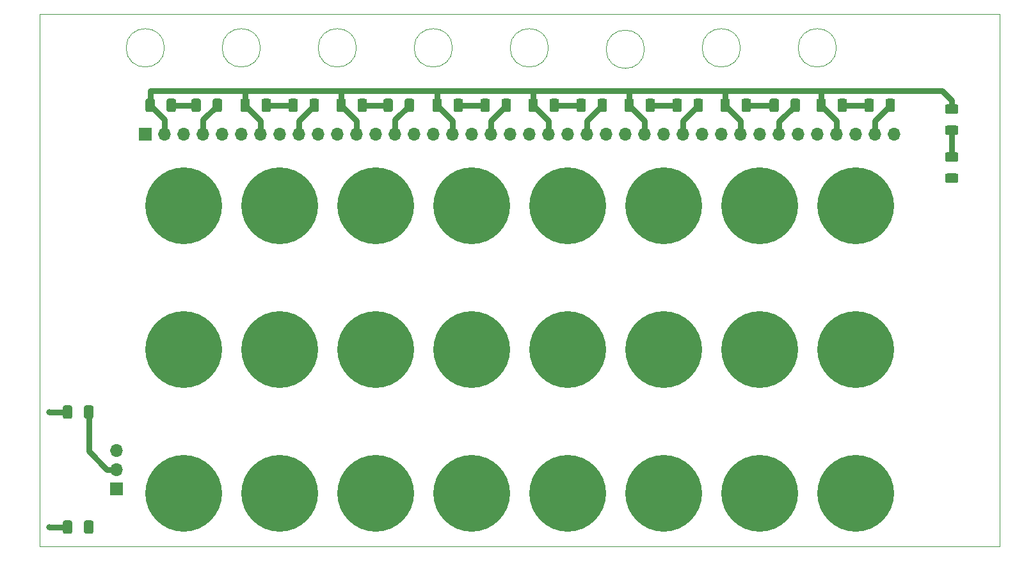
<source format=gbr>
G04 #@! TF.GenerationSoftware,KiCad,Pcbnew,5.1.8+dfsg1-1+b1*
G04 #@! TF.CreationDate,2021-07-07T17:01:25-05:00*
G04 #@! TF.ProjectId,front-panel,66726f6e-742d-4706-916e-656c2e6b6963,B*
G04 #@! TF.SameCoordinates,Original*
G04 #@! TF.FileFunction,Copper,L1,Top*
G04 #@! TF.FilePolarity,Positive*
%FSLAX46Y46*%
G04 Gerber Fmt 4.6, Leading zero omitted, Abs format (unit mm)*
G04 Created by KiCad (PCBNEW 5.1.8+dfsg1-1+b1) date 2021-07-07 17:01:25*
%MOMM*%
%LPD*%
G01*
G04 APERTURE LIST*
G04 #@! TA.AperFunction,Profile*
%ADD10C,0.050000*%
G04 #@! TD*
G04 #@! TA.AperFunction,ComponentPad*
%ADD11O,1.700000X1.700000*%
G04 #@! TD*
G04 #@! TA.AperFunction,ComponentPad*
%ADD12R,1.700000X1.700000*%
G04 #@! TD*
G04 #@! TA.AperFunction,ComponentPad*
%ADD13C,10.160000*%
G04 #@! TD*
G04 #@! TA.AperFunction,ViaPad*
%ADD14C,0.800000*%
G04 #@! TD*
G04 #@! TA.AperFunction,Conductor*
%ADD15C,0.762000*%
G04 #@! TD*
G04 APERTURE END LIST*
D10*
X177800000Y-60325000D02*
X177800000Y-130810000D01*
X50800000Y-60325000D02*
X50800000Y-130810000D01*
X50800000Y-130810000D02*
X177800000Y-130810000D01*
X92710000Y-64770000D02*
G75*
G03*
X92710000Y-64770000I-2540000J0D01*
G01*
X156210000Y-64770000D02*
G75*
G03*
X156210000Y-64770000I-2540000J0D01*
G01*
X143510000Y-64770000D02*
G75*
G03*
X143510000Y-64770000I-2540000J0D01*
G01*
X130810000Y-64960500D02*
G75*
G03*
X130810000Y-64960500I-2540000J0D01*
G01*
X118110000Y-64770000D02*
G75*
G03*
X118110000Y-64770000I-2540000J0D01*
G01*
X105410000Y-64770000D02*
G75*
G03*
X105410000Y-64770000I-2540000J0D01*
G01*
X80010000Y-64770000D02*
G75*
G03*
X80010000Y-64770000I-2540000J0D01*
G01*
X67310000Y-64770000D02*
G75*
G03*
X67310000Y-64770000I-2540000J0D01*
G01*
X177800000Y-60325000D02*
X50800000Y-60325000D01*
D11*
X60960000Y-118110000D03*
X60960000Y-120650000D03*
D12*
X60960000Y-123190000D03*
D13*
X158750000Y-123825000D03*
X146050000Y-123825000D03*
X133350000Y-123825000D03*
X120650000Y-123825000D03*
X107950000Y-123825000D03*
X95250000Y-123825000D03*
X82550000Y-123825000D03*
X69850000Y-123825000D03*
G04 #@! TA.AperFunction,SMDPad,CuDef*
G36*
G01*
X55105000Y-127645000D02*
X55105000Y-128895000D01*
G75*
G02*
X54855000Y-129145000I-250000J0D01*
G01*
X54105000Y-129145000D01*
G75*
G02*
X53855000Y-128895000I0J250000D01*
G01*
X53855000Y-127645000D01*
G75*
G02*
X54105000Y-127395000I250000J0D01*
G01*
X54855000Y-127395000D01*
G75*
G02*
X55105000Y-127645000I0J-250000D01*
G01*
G37*
G04 #@! TD.AperFunction*
G04 #@! TA.AperFunction,SMDPad,CuDef*
G36*
G01*
X57905000Y-127645000D02*
X57905000Y-128895000D01*
G75*
G02*
X57655000Y-129145000I-250000J0D01*
G01*
X56905000Y-129145000D01*
G75*
G02*
X56655000Y-128895000I0J250000D01*
G01*
X56655000Y-127645000D01*
G75*
G02*
X56905000Y-127395000I250000J0D01*
G01*
X57655000Y-127395000D01*
G75*
G02*
X57905000Y-127645000I0J-250000D01*
G01*
G37*
G04 #@! TD.AperFunction*
G04 #@! TA.AperFunction,SMDPad,CuDef*
G36*
G01*
X55105000Y-112405000D02*
X55105000Y-113655000D01*
G75*
G02*
X54855000Y-113905000I-250000J0D01*
G01*
X54105000Y-113905000D01*
G75*
G02*
X53855000Y-113655000I0J250000D01*
G01*
X53855000Y-112405000D01*
G75*
G02*
X54105000Y-112155000I250000J0D01*
G01*
X54855000Y-112155000D01*
G75*
G02*
X55105000Y-112405000I0J-250000D01*
G01*
G37*
G04 #@! TD.AperFunction*
G04 #@! TA.AperFunction,SMDPad,CuDef*
G36*
G01*
X57905000Y-112405000D02*
X57905000Y-113655000D01*
G75*
G02*
X57655000Y-113905000I-250000J0D01*
G01*
X56905000Y-113905000D01*
G75*
G02*
X56655000Y-113655000I0J250000D01*
G01*
X56655000Y-112405000D01*
G75*
G02*
X56905000Y-112155000I250000J0D01*
G01*
X57655000Y-112155000D01*
G75*
G02*
X57905000Y-112405000I0J-250000D01*
G01*
G37*
G04 #@! TD.AperFunction*
X133350000Y-104775000D03*
G04 #@! TA.AperFunction,SMDPad,CuDef*
G36*
G01*
X170825000Y-75070000D02*
X172075000Y-75070000D01*
G75*
G02*
X172325000Y-75320000I0J-250000D01*
G01*
X172325000Y-76070000D01*
G75*
G02*
X172075000Y-76320000I-250000J0D01*
G01*
X170825000Y-76320000D01*
G75*
G02*
X170575000Y-76070000I0J250000D01*
G01*
X170575000Y-75320000D01*
G75*
G02*
X170825000Y-75070000I250000J0D01*
G01*
G37*
G04 #@! TD.AperFunction*
G04 #@! TA.AperFunction,SMDPad,CuDef*
G36*
G01*
X170825000Y-72270000D02*
X172075000Y-72270000D01*
G75*
G02*
X172325000Y-72520000I0J-250000D01*
G01*
X172325000Y-73270000D01*
G75*
G02*
X172075000Y-73520000I-250000J0D01*
G01*
X170825000Y-73520000D01*
G75*
G02*
X170575000Y-73270000I0J250000D01*
G01*
X170575000Y-72520000D01*
G75*
G02*
X170825000Y-72270000I250000J0D01*
G01*
G37*
G04 #@! TD.AperFunction*
G04 #@! TA.AperFunction,SMDPad,CuDef*
G36*
G01*
X172075000Y-79870000D02*
X170825000Y-79870000D01*
G75*
G02*
X170575000Y-79620000I0J250000D01*
G01*
X170575000Y-78870000D01*
G75*
G02*
X170825000Y-78620000I250000J0D01*
G01*
X172075000Y-78620000D01*
G75*
G02*
X172325000Y-78870000I0J-250000D01*
G01*
X172325000Y-79620000D01*
G75*
G02*
X172075000Y-79870000I-250000J0D01*
G01*
G37*
G04 #@! TD.AperFunction*
G04 #@! TA.AperFunction,SMDPad,CuDef*
G36*
G01*
X172075000Y-82670000D02*
X170825000Y-82670000D01*
G75*
G02*
X170575000Y-82420000I0J250000D01*
G01*
X170575000Y-81670000D01*
G75*
G02*
X170825000Y-81420000I250000J0D01*
G01*
X172075000Y-81420000D01*
G75*
G02*
X172325000Y-81670000I0J-250000D01*
G01*
X172325000Y-82420000D01*
G75*
G02*
X172075000Y-82670000I-250000J0D01*
G01*
G37*
G04 #@! TD.AperFunction*
X158750000Y-85725000D03*
X133350000Y-85725000D03*
X107950000Y-85725000D03*
X82550000Y-85725000D03*
X146050000Y-85725000D03*
X120650000Y-85725000D03*
X95250000Y-85725000D03*
X69850000Y-85725000D03*
X158750000Y-104775000D03*
X107950000Y-104775000D03*
X82550000Y-104775000D03*
X146050000Y-104775000D03*
X120650000Y-104775000D03*
X95250000Y-104775000D03*
X69850000Y-104775000D03*
G04 #@! TA.AperFunction,SMDPad,CuDef*
G36*
G01*
X156350000Y-73015000D02*
X156350000Y-71765000D01*
G75*
G02*
X156600000Y-71515000I250000J0D01*
G01*
X157350000Y-71515000D01*
G75*
G02*
X157600000Y-71765000I0J-250000D01*
G01*
X157600000Y-73015000D01*
G75*
G02*
X157350000Y-73265000I-250000J0D01*
G01*
X156600000Y-73265000D01*
G75*
G02*
X156350000Y-73015000I0J250000D01*
G01*
G37*
G04 #@! TD.AperFunction*
G04 #@! TA.AperFunction,SMDPad,CuDef*
G36*
G01*
X153550000Y-73015000D02*
X153550000Y-71765000D01*
G75*
G02*
X153800000Y-71515000I250000J0D01*
G01*
X154550000Y-71515000D01*
G75*
G02*
X154800000Y-71765000I0J-250000D01*
G01*
X154800000Y-73015000D01*
G75*
G02*
X154550000Y-73265000I-250000J0D01*
G01*
X153800000Y-73265000D01*
G75*
G02*
X153550000Y-73015000I0J250000D01*
G01*
G37*
G04 #@! TD.AperFunction*
G04 #@! TA.AperFunction,SMDPad,CuDef*
G36*
G01*
X130950000Y-73015000D02*
X130950000Y-71765000D01*
G75*
G02*
X131200000Y-71515000I250000J0D01*
G01*
X131950000Y-71515000D01*
G75*
G02*
X132200000Y-71765000I0J-250000D01*
G01*
X132200000Y-73015000D01*
G75*
G02*
X131950000Y-73265000I-250000J0D01*
G01*
X131200000Y-73265000D01*
G75*
G02*
X130950000Y-73015000I0J250000D01*
G01*
G37*
G04 #@! TD.AperFunction*
G04 #@! TA.AperFunction,SMDPad,CuDef*
G36*
G01*
X128150000Y-73015000D02*
X128150000Y-71765000D01*
G75*
G02*
X128400000Y-71515000I250000J0D01*
G01*
X129150000Y-71515000D01*
G75*
G02*
X129400000Y-71765000I0J-250000D01*
G01*
X129400000Y-73015000D01*
G75*
G02*
X129150000Y-73265000I-250000J0D01*
G01*
X128400000Y-73265000D01*
G75*
G02*
X128150000Y-73015000I0J250000D01*
G01*
G37*
G04 #@! TD.AperFunction*
G04 #@! TA.AperFunction,SMDPad,CuDef*
G36*
G01*
X105550000Y-73015000D02*
X105550000Y-71765000D01*
G75*
G02*
X105800000Y-71515000I250000J0D01*
G01*
X106550000Y-71515000D01*
G75*
G02*
X106800000Y-71765000I0J-250000D01*
G01*
X106800000Y-73015000D01*
G75*
G02*
X106550000Y-73265000I-250000J0D01*
G01*
X105800000Y-73265000D01*
G75*
G02*
X105550000Y-73015000I0J250000D01*
G01*
G37*
G04 #@! TD.AperFunction*
G04 #@! TA.AperFunction,SMDPad,CuDef*
G36*
G01*
X102750000Y-73015000D02*
X102750000Y-71765000D01*
G75*
G02*
X103000000Y-71515000I250000J0D01*
G01*
X103750000Y-71515000D01*
G75*
G02*
X104000000Y-71765000I0J-250000D01*
G01*
X104000000Y-73015000D01*
G75*
G02*
X103750000Y-73265000I-250000J0D01*
G01*
X103000000Y-73265000D01*
G75*
G02*
X102750000Y-73015000I0J250000D01*
G01*
G37*
G04 #@! TD.AperFunction*
G04 #@! TA.AperFunction,SMDPad,CuDef*
G36*
G01*
X80150000Y-73015000D02*
X80150000Y-71765000D01*
G75*
G02*
X80400000Y-71515000I250000J0D01*
G01*
X81150000Y-71515000D01*
G75*
G02*
X81400000Y-71765000I0J-250000D01*
G01*
X81400000Y-73015000D01*
G75*
G02*
X81150000Y-73265000I-250000J0D01*
G01*
X80400000Y-73265000D01*
G75*
G02*
X80150000Y-73015000I0J250000D01*
G01*
G37*
G04 #@! TD.AperFunction*
G04 #@! TA.AperFunction,SMDPad,CuDef*
G36*
G01*
X77350000Y-73015000D02*
X77350000Y-71765000D01*
G75*
G02*
X77600000Y-71515000I250000J0D01*
G01*
X78350000Y-71515000D01*
G75*
G02*
X78600000Y-71765000I0J-250000D01*
G01*
X78600000Y-73015000D01*
G75*
G02*
X78350000Y-73265000I-250000J0D01*
G01*
X77600000Y-73265000D01*
G75*
G02*
X77350000Y-73015000I0J250000D01*
G01*
G37*
G04 #@! TD.AperFunction*
G04 #@! TA.AperFunction,SMDPad,CuDef*
G36*
G01*
X143650000Y-73015000D02*
X143650000Y-71765000D01*
G75*
G02*
X143900000Y-71515000I250000J0D01*
G01*
X144650000Y-71515000D01*
G75*
G02*
X144900000Y-71765000I0J-250000D01*
G01*
X144900000Y-73015000D01*
G75*
G02*
X144650000Y-73265000I-250000J0D01*
G01*
X143900000Y-73265000D01*
G75*
G02*
X143650000Y-73015000I0J250000D01*
G01*
G37*
G04 #@! TD.AperFunction*
G04 #@! TA.AperFunction,SMDPad,CuDef*
G36*
G01*
X140850000Y-73015000D02*
X140850000Y-71765000D01*
G75*
G02*
X141100000Y-71515000I250000J0D01*
G01*
X141850000Y-71515000D01*
G75*
G02*
X142100000Y-71765000I0J-250000D01*
G01*
X142100000Y-73015000D01*
G75*
G02*
X141850000Y-73265000I-250000J0D01*
G01*
X141100000Y-73265000D01*
G75*
G02*
X140850000Y-73015000I0J250000D01*
G01*
G37*
G04 #@! TD.AperFunction*
G04 #@! TA.AperFunction,SMDPad,CuDef*
G36*
G01*
X118250000Y-73015000D02*
X118250000Y-71765000D01*
G75*
G02*
X118500000Y-71515000I250000J0D01*
G01*
X119250000Y-71515000D01*
G75*
G02*
X119500000Y-71765000I0J-250000D01*
G01*
X119500000Y-73015000D01*
G75*
G02*
X119250000Y-73265000I-250000J0D01*
G01*
X118500000Y-73265000D01*
G75*
G02*
X118250000Y-73015000I0J250000D01*
G01*
G37*
G04 #@! TD.AperFunction*
G04 #@! TA.AperFunction,SMDPad,CuDef*
G36*
G01*
X115450000Y-73015000D02*
X115450000Y-71765000D01*
G75*
G02*
X115700000Y-71515000I250000J0D01*
G01*
X116450000Y-71515000D01*
G75*
G02*
X116700000Y-71765000I0J-250000D01*
G01*
X116700000Y-73015000D01*
G75*
G02*
X116450000Y-73265000I-250000J0D01*
G01*
X115700000Y-73265000D01*
G75*
G02*
X115450000Y-73015000I0J250000D01*
G01*
G37*
G04 #@! TD.AperFunction*
G04 #@! TA.AperFunction,SMDPad,CuDef*
G36*
G01*
X92850000Y-73015000D02*
X92850000Y-71765000D01*
G75*
G02*
X93100000Y-71515000I250000J0D01*
G01*
X93850000Y-71515000D01*
G75*
G02*
X94100000Y-71765000I0J-250000D01*
G01*
X94100000Y-73015000D01*
G75*
G02*
X93850000Y-73265000I-250000J0D01*
G01*
X93100000Y-73265000D01*
G75*
G02*
X92850000Y-73015000I0J250000D01*
G01*
G37*
G04 #@! TD.AperFunction*
G04 #@! TA.AperFunction,SMDPad,CuDef*
G36*
G01*
X90050000Y-73015000D02*
X90050000Y-71765000D01*
G75*
G02*
X90300000Y-71515000I250000J0D01*
G01*
X91050000Y-71515000D01*
G75*
G02*
X91300000Y-71765000I0J-250000D01*
G01*
X91300000Y-73015000D01*
G75*
G02*
X91050000Y-73265000I-250000J0D01*
G01*
X90300000Y-73265000D01*
G75*
G02*
X90050000Y-73015000I0J250000D01*
G01*
G37*
G04 #@! TD.AperFunction*
G04 #@! TA.AperFunction,SMDPad,CuDef*
G36*
G01*
X67580000Y-73015000D02*
X67580000Y-71765000D01*
G75*
G02*
X67830000Y-71515000I250000J0D01*
G01*
X68580000Y-71515000D01*
G75*
G02*
X68830000Y-71765000I0J-250000D01*
G01*
X68830000Y-73015000D01*
G75*
G02*
X68580000Y-73265000I-250000J0D01*
G01*
X67830000Y-73265000D01*
G75*
G02*
X67580000Y-73015000I0J250000D01*
G01*
G37*
G04 #@! TD.AperFunction*
G04 #@! TA.AperFunction,SMDPad,CuDef*
G36*
G01*
X64780000Y-73015000D02*
X64780000Y-71765000D01*
G75*
G02*
X65030000Y-71515000I250000J0D01*
G01*
X65780000Y-71515000D01*
G75*
G02*
X66030000Y-71765000I0J-250000D01*
G01*
X66030000Y-73015000D01*
G75*
G02*
X65780000Y-73265000I-250000J0D01*
G01*
X65030000Y-73265000D01*
G75*
G02*
X64780000Y-73015000I0J250000D01*
G01*
G37*
G04 #@! TD.AperFunction*
D11*
X163830000Y-76200000D03*
X161290000Y-76200000D03*
X158750000Y-76200000D03*
X156210000Y-76200000D03*
X153670000Y-76200000D03*
X151130000Y-76200000D03*
X148590000Y-76200000D03*
X146050000Y-76200000D03*
X143510000Y-76200000D03*
X140970000Y-76200000D03*
X138430000Y-76200000D03*
X135890000Y-76200000D03*
X133350000Y-76200000D03*
X130810000Y-76200000D03*
X128270000Y-76200000D03*
X125730000Y-76200000D03*
X123190000Y-76200000D03*
X120650000Y-76200000D03*
X118110000Y-76200000D03*
X115570000Y-76200000D03*
X113030000Y-76200000D03*
X110490000Y-76200000D03*
X107950000Y-76200000D03*
X105410000Y-76200000D03*
X102870000Y-76200000D03*
X100330000Y-76200000D03*
X97790000Y-76200000D03*
X95250000Y-76200000D03*
X92710000Y-76200000D03*
X90170000Y-76200000D03*
X87630000Y-76200000D03*
X85090000Y-76200000D03*
X82550000Y-76200000D03*
X80010000Y-76200000D03*
X77470000Y-76200000D03*
X74930000Y-76200000D03*
X72390000Y-76200000D03*
X69850000Y-76200000D03*
X67310000Y-76200000D03*
D12*
X64770000Y-76200000D03*
G04 #@! TA.AperFunction,SMDPad,CuDef*
G36*
G01*
X161150000Y-71765000D02*
X161150000Y-73015000D01*
G75*
G02*
X160900000Y-73265000I-250000J0D01*
G01*
X160150000Y-73265000D01*
G75*
G02*
X159900000Y-73015000I0J250000D01*
G01*
X159900000Y-71765000D01*
G75*
G02*
X160150000Y-71515000I250000J0D01*
G01*
X160900000Y-71515000D01*
G75*
G02*
X161150000Y-71765000I0J-250000D01*
G01*
G37*
G04 #@! TD.AperFunction*
G04 #@! TA.AperFunction,SMDPad,CuDef*
G36*
G01*
X163950000Y-71765000D02*
X163950000Y-73015000D01*
G75*
G02*
X163700000Y-73265000I-250000J0D01*
G01*
X162950000Y-73265000D01*
G75*
G02*
X162700000Y-73015000I0J250000D01*
G01*
X162700000Y-71765000D01*
G75*
G02*
X162950000Y-71515000I250000J0D01*
G01*
X163700000Y-71515000D01*
G75*
G02*
X163950000Y-71765000I0J-250000D01*
G01*
G37*
G04 #@! TD.AperFunction*
G04 #@! TA.AperFunction,SMDPad,CuDef*
G36*
G01*
X135750000Y-71765000D02*
X135750000Y-73015000D01*
G75*
G02*
X135500000Y-73265000I-250000J0D01*
G01*
X134750000Y-73265000D01*
G75*
G02*
X134500000Y-73015000I0J250000D01*
G01*
X134500000Y-71765000D01*
G75*
G02*
X134750000Y-71515000I250000J0D01*
G01*
X135500000Y-71515000D01*
G75*
G02*
X135750000Y-71765000I0J-250000D01*
G01*
G37*
G04 #@! TD.AperFunction*
G04 #@! TA.AperFunction,SMDPad,CuDef*
G36*
G01*
X138550000Y-71765000D02*
X138550000Y-73015000D01*
G75*
G02*
X138300000Y-73265000I-250000J0D01*
G01*
X137550000Y-73265000D01*
G75*
G02*
X137300000Y-73015000I0J250000D01*
G01*
X137300000Y-71765000D01*
G75*
G02*
X137550000Y-71515000I250000J0D01*
G01*
X138300000Y-71515000D01*
G75*
G02*
X138550000Y-71765000I0J-250000D01*
G01*
G37*
G04 #@! TD.AperFunction*
G04 #@! TA.AperFunction,SMDPad,CuDef*
G36*
G01*
X110350000Y-71765000D02*
X110350000Y-73015000D01*
G75*
G02*
X110100000Y-73265000I-250000J0D01*
G01*
X109350000Y-73265000D01*
G75*
G02*
X109100000Y-73015000I0J250000D01*
G01*
X109100000Y-71765000D01*
G75*
G02*
X109350000Y-71515000I250000J0D01*
G01*
X110100000Y-71515000D01*
G75*
G02*
X110350000Y-71765000I0J-250000D01*
G01*
G37*
G04 #@! TD.AperFunction*
G04 #@! TA.AperFunction,SMDPad,CuDef*
G36*
G01*
X113150000Y-71765000D02*
X113150000Y-73015000D01*
G75*
G02*
X112900000Y-73265000I-250000J0D01*
G01*
X112150000Y-73265000D01*
G75*
G02*
X111900000Y-73015000I0J250000D01*
G01*
X111900000Y-71765000D01*
G75*
G02*
X112150000Y-71515000I250000J0D01*
G01*
X112900000Y-71515000D01*
G75*
G02*
X113150000Y-71765000I0J-250000D01*
G01*
G37*
G04 #@! TD.AperFunction*
G04 #@! TA.AperFunction,SMDPad,CuDef*
G36*
G01*
X84950000Y-71765000D02*
X84950000Y-73015000D01*
G75*
G02*
X84700000Y-73265000I-250000J0D01*
G01*
X83950000Y-73265000D01*
G75*
G02*
X83700000Y-73015000I0J250000D01*
G01*
X83700000Y-71765000D01*
G75*
G02*
X83950000Y-71515000I250000J0D01*
G01*
X84700000Y-71515000D01*
G75*
G02*
X84950000Y-71765000I0J-250000D01*
G01*
G37*
G04 #@! TD.AperFunction*
G04 #@! TA.AperFunction,SMDPad,CuDef*
G36*
G01*
X87750000Y-71765000D02*
X87750000Y-73015000D01*
G75*
G02*
X87500000Y-73265000I-250000J0D01*
G01*
X86750000Y-73265000D01*
G75*
G02*
X86500000Y-73015000I0J250000D01*
G01*
X86500000Y-71765000D01*
G75*
G02*
X86750000Y-71515000I250000J0D01*
G01*
X87500000Y-71515000D01*
G75*
G02*
X87750000Y-71765000I0J-250000D01*
G01*
G37*
G04 #@! TD.AperFunction*
G04 #@! TA.AperFunction,SMDPad,CuDef*
G36*
G01*
X148580000Y-71765000D02*
X148580000Y-73015000D01*
G75*
G02*
X148330000Y-73265000I-250000J0D01*
G01*
X147580000Y-73265000D01*
G75*
G02*
X147330000Y-73015000I0J250000D01*
G01*
X147330000Y-71765000D01*
G75*
G02*
X147580000Y-71515000I250000J0D01*
G01*
X148330000Y-71515000D01*
G75*
G02*
X148580000Y-71765000I0J-250000D01*
G01*
G37*
G04 #@! TD.AperFunction*
G04 #@! TA.AperFunction,SMDPad,CuDef*
G36*
G01*
X151380000Y-71765000D02*
X151380000Y-73015000D01*
G75*
G02*
X151130000Y-73265000I-250000J0D01*
G01*
X150380000Y-73265000D01*
G75*
G02*
X150130000Y-73015000I0J250000D01*
G01*
X150130000Y-71765000D01*
G75*
G02*
X150380000Y-71515000I250000J0D01*
G01*
X151130000Y-71515000D01*
G75*
G02*
X151380000Y-71765000I0J-250000D01*
G01*
G37*
G04 #@! TD.AperFunction*
G04 #@! TA.AperFunction,SMDPad,CuDef*
G36*
G01*
X123050000Y-71765000D02*
X123050000Y-73015000D01*
G75*
G02*
X122800000Y-73265000I-250000J0D01*
G01*
X122050000Y-73265000D01*
G75*
G02*
X121800000Y-73015000I0J250000D01*
G01*
X121800000Y-71765000D01*
G75*
G02*
X122050000Y-71515000I250000J0D01*
G01*
X122800000Y-71515000D01*
G75*
G02*
X123050000Y-71765000I0J-250000D01*
G01*
G37*
G04 #@! TD.AperFunction*
G04 #@! TA.AperFunction,SMDPad,CuDef*
G36*
G01*
X125850000Y-71765000D02*
X125850000Y-73015000D01*
G75*
G02*
X125600000Y-73265000I-250000J0D01*
G01*
X124850000Y-73265000D01*
G75*
G02*
X124600000Y-73015000I0J250000D01*
G01*
X124600000Y-71765000D01*
G75*
G02*
X124850000Y-71515000I250000J0D01*
G01*
X125600000Y-71515000D01*
G75*
G02*
X125850000Y-71765000I0J-250000D01*
G01*
G37*
G04 #@! TD.AperFunction*
G04 #@! TA.AperFunction,SMDPad,CuDef*
G36*
G01*
X97520000Y-71765000D02*
X97520000Y-73015000D01*
G75*
G02*
X97270000Y-73265000I-250000J0D01*
G01*
X96520000Y-73265000D01*
G75*
G02*
X96270000Y-73015000I0J250000D01*
G01*
X96270000Y-71765000D01*
G75*
G02*
X96520000Y-71515000I250000J0D01*
G01*
X97270000Y-71515000D01*
G75*
G02*
X97520000Y-71765000I0J-250000D01*
G01*
G37*
G04 #@! TD.AperFunction*
G04 #@! TA.AperFunction,SMDPad,CuDef*
G36*
G01*
X100320000Y-71765000D02*
X100320000Y-73015000D01*
G75*
G02*
X100070000Y-73265000I-250000J0D01*
G01*
X99320000Y-73265000D01*
G75*
G02*
X99070000Y-73015000I0J250000D01*
G01*
X99070000Y-71765000D01*
G75*
G02*
X99320000Y-71515000I250000J0D01*
G01*
X100070000Y-71515000D01*
G75*
G02*
X100320000Y-71765000I0J-250000D01*
G01*
G37*
G04 #@! TD.AperFunction*
G04 #@! TA.AperFunction,SMDPad,CuDef*
G36*
G01*
X72120000Y-71765000D02*
X72120000Y-73015000D01*
G75*
G02*
X71870000Y-73265000I-250000J0D01*
G01*
X71120000Y-73265000D01*
G75*
G02*
X70870000Y-73015000I0J250000D01*
G01*
X70870000Y-71765000D01*
G75*
G02*
X71120000Y-71515000I250000J0D01*
G01*
X71870000Y-71515000D01*
G75*
G02*
X72120000Y-71765000I0J-250000D01*
G01*
G37*
G04 #@! TD.AperFunction*
G04 #@! TA.AperFunction,SMDPad,CuDef*
G36*
G01*
X74920000Y-71765000D02*
X74920000Y-73015000D01*
G75*
G02*
X74670000Y-73265000I-250000J0D01*
G01*
X73920000Y-73265000D01*
G75*
G02*
X73670000Y-73015000I0J250000D01*
G01*
X73670000Y-71765000D01*
G75*
G02*
X73920000Y-71515000I250000J0D01*
G01*
X74670000Y-71515000D01*
G75*
G02*
X74920000Y-71765000I0J-250000D01*
G01*
G37*
G04 #@! TD.AperFunction*
D14*
X52070000Y-113030000D03*
X52070000Y-128270000D03*
D15*
X68205000Y-72390000D02*
X71495000Y-72390000D01*
X72390000Y-74295000D02*
X74295000Y-72390000D01*
X72390000Y-76200000D02*
X72390000Y-74295000D01*
X80775000Y-72390000D02*
X84325000Y-72390000D01*
X85090000Y-74425000D02*
X87125000Y-72390000D01*
X85090000Y-76200000D02*
X85090000Y-74425000D01*
X93475000Y-72390000D02*
X96895000Y-72390000D01*
X97790000Y-74295000D02*
X99695000Y-72390000D01*
X97790000Y-76200000D02*
X97790000Y-74295000D01*
X106175000Y-72390000D02*
X109725000Y-72390000D01*
X110490000Y-74425000D02*
X112525000Y-72390000D01*
X110490000Y-76200000D02*
X110490000Y-74425000D01*
X118875000Y-72390000D02*
X122425000Y-72390000D01*
X123190000Y-74425000D02*
X125225000Y-72390000D01*
X123190000Y-76200000D02*
X123190000Y-74425000D01*
X131575000Y-72390000D02*
X135125000Y-72390000D01*
X135890000Y-74425000D02*
X137925000Y-72390000D01*
X135890000Y-76200000D02*
X135890000Y-74425000D01*
X144275000Y-72390000D02*
X147955000Y-72390000D01*
X148590000Y-74555000D02*
X150755000Y-72390000D01*
X148590000Y-76200000D02*
X148590000Y-74555000D01*
X156975000Y-72390000D02*
X160525000Y-72390000D01*
X161290000Y-74425000D02*
X163325000Y-72390000D01*
X161290000Y-76200000D02*
X161290000Y-74425000D01*
X67310000Y-74295000D02*
X65405000Y-72390000D01*
X67310000Y-76200000D02*
X67310000Y-74295000D01*
X80010000Y-74425000D02*
X77975000Y-72390000D01*
X80010000Y-76200000D02*
X80010000Y-74425000D01*
X92710000Y-74425000D02*
X90675000Y-72390000D01*
X92710000Y-76200000D02*
X92710000Y-74425000D01*
X105410000Y-74425000D02*
X103375000Y-72390000D01*
X105410000Y-76200000D02*
X105410000Y-74425000D01*
X118110000Y-74425000D02*
X116075000Y-72390000D01*
X118110000Y-76200000D02*
X118110000Y-74425000D01*
X130810000Y-74425000D02*
X128775000Y-72390000D01*
X130810000Y-76200000D02*
X130810000Y-74425000D01*
X143510000Y-74425000D02*
X141475000Y-72390000D01*
X143510000Y-76200000D02*
X143510000Y-74425000D01*
X156210000Y-74425000D02*
X154175000Y-72390000D01*
X156210000Y-76200000D02*
X156210000Y-74425000D01*
X65405000Y-72390000D02*
X65405000Y-70485000D01*
X154175000Y-70615000D02*
X154305000Y-70485000D01*
X154175000Y-72390000D02*
X154175000Y-70615000D01*
X141475000Y-72390000D02*
X141475000Y-70615000D01*
X141475000Y-70615000D02*
X141605000Y-70485000D01*
X141605000Y-70485000D02*
X154305000Y-70485000D01*
X128775000Y-70615000D02*
X128905000Y-70485000D01*
X128775000Y-72390000D02*
X128775000Y-70615000D01*
X128905000Y-70485000D02*
X141605000Y-70485000D01*
X116075000Y-70615000D02*
X116205000Y-70485000D01*
X116075000Y-72390000D02*
X116075000Y-70615000D01*
X116205000Y-70485000D02*
X128905000Y-70485000D01*
X103375000Y-70615000D02*
X103505000Y-70485000D01*
X103375000Y-72390000D02*
X103375000Y-70615000D01*
X103505000Y-70485000D02*
X116205000Y-70485000D01*
X77975000Y-70615000D02*
X78105000Y-70485000D01*
X77975000Y-72390000D02*
X77975000Y-70615000D01*
X65405000Y-70485000D02*
X78105000Y-70485000D01*
X154305000Y-70485000D02*
X170180000Y-70485000D01*
X171450000Y-71755000D02*
X171450000Y-72895000D01*
X170180000Y-70485000D02*
X171450000Y-71755000D01*
X90675000Y-70615000D02*
X90675000Y-72390000D01*
X90805000Y-70485000D02*
X90675000Y-70615000D01*
X90805000Y-70485000D02*
X103505000Y-70485000D01*
X78105000Y-70485000D02*
X90805000Y-70485000D01*
X171450000Y-75695000D02*
X171450000Y-79245000D01*
X52070000Y-113030000D02*
X54480000Y-113030000D01*
X54480000Y-128270000D02*
X52070000Y-128270000D01*
X60960000Y-120650000D02*
X59690000Y-120650000D01*
X57280000Y-118240000D02*
X57280000Y-113030000D01*
X59690000Y-120650000D02*
X57280000Y-118240000D01*
M02*

</source>
